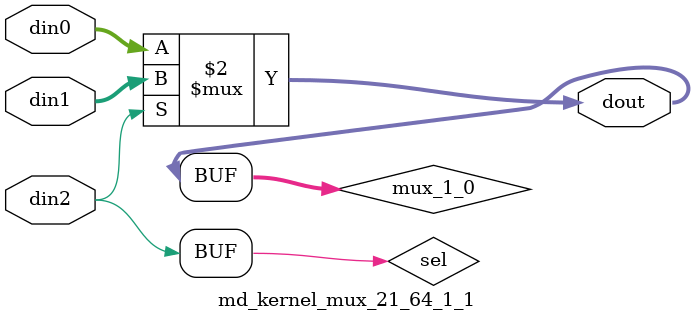
<source format=v>

`timescale 1ns/1ps

module md_kernel_mux_21_64_1_1 #(
parameter
    ID                = 0,
    NUM_STAGE         = 1,
    din0_WIDTH       = 32,
    din1_WIDTH       = 32,
    din2_WIDTH         = 32,
    dout_WIDTH            = 32
)(
    input  [63 : 0]     din0,
    input  [63 : 0]     din1,
    input  [0 : 0]    din2,
    output [63 : 0]   dout);

// puts internal signals
wire [0 : 0]     sel;
// level 1 signals
wire [63 : 0]         mux_1_0;

assign sel = din2;

// Generate level 1 logic
assign mux_1_0 = (sel[0] == 0)? din0 : din1;

// output logic
assign dout = mux_1_0;

endmodule

</source>
